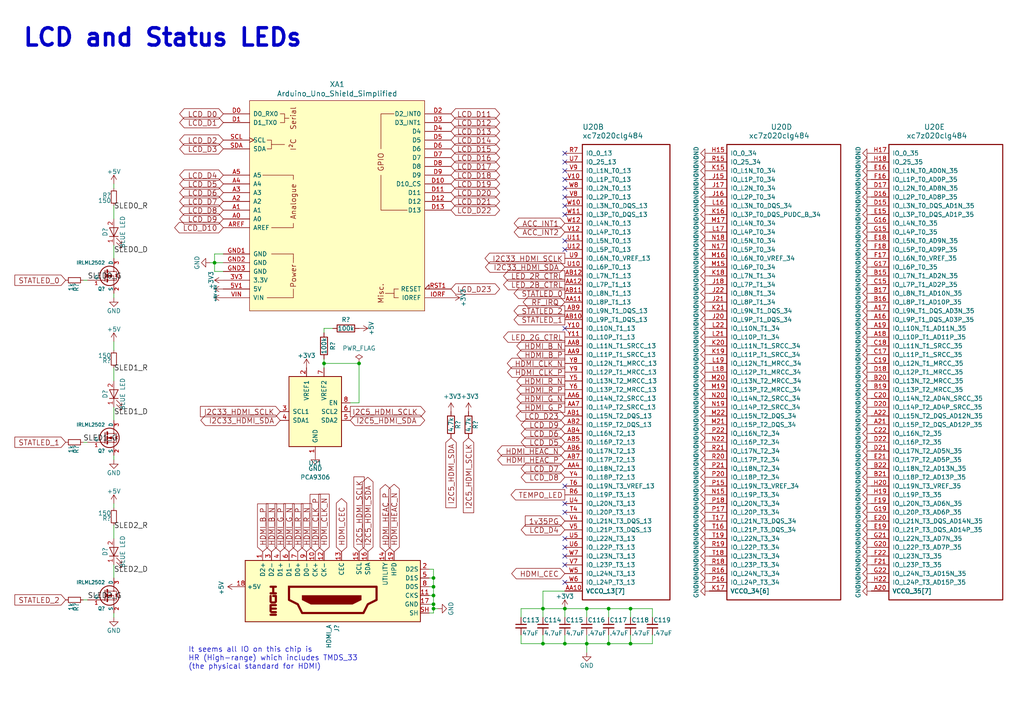
<source format=kicad_sch>
(kicad_sch (version 20230121) (generator eeschema)
  (paper "A4")
  (junction (at 125.73 175.26))
  (junction (at 170.18 186.69))
  (junction (at 125.73 170.18))
  (junction (at 182.88 176.53))
  (junction (at 93.98 105.41))
  (junction (at 62.23 76.2))
  (junction (at 157.48 176.53))
  (junction (at 170.18 176.53))
  (junction (at 163.83 186.69))
  (junction (at 176.53 176.53))
  (junction (at 182.88 186.69))
  (junction (at 163.83 176.53))
  (junction (at 125.73 172.72))
  (junction (at 125.73 167.64))
  (junction (at 125.73 176.53))
  (junction (at 176.53 186.69))
  (junction (at 104.14 105.41))
  (junction (at 157.48 186.69))
  (no_connect (at 163.83 156.21))
  (no_connect (at 163.83 62.23))
  (no_connect (at 163.83 146.05))
  (no_connect (at 163.83 95.25))
  (no_connect (at 163.83 72.39))
  (no_connect (at 163.83 57.15))
  (no_connect (at 163.83 52.07))
  (no_connect (at 163.83 69.85))
  (no_connect (at 163.83 148.59))
  (no_connect (at 163.83 140.97))
  (no_connect (at 163.83 54.61))
  (no_connect (at 163.83 46.99))
  (no_connect (at 163.83 59.69))
  (no_connect (at 163.83 44.45))
  (no_connect (at 163.83 158.75))
  (no_connect (at 163.83 163.83))
  (no_connect (at 163.83 49.53))
  (no_connect (at 163.83 161.29))
  (no_connect (at 163.83 168.91))
  (wire (pts (xy 24.13 128.27) (xy 25.4 128.27)))
  (wire (pts (xy 64.77 73.66) (xy 62.23 73.66)))
  (wire (pts (xy 176.53 176.53) (xy 182.88 176.53)))
  (wire (pts (xy 104.14 105.41) (xy 104.14 116.84)))
  (wire (pts (xy 151.13 186.69) (xy 151.13 184.15)))
  (wire (pts (xy 93.98 105.41) (xy 93.98 106.68)))
  (wire (pts (xy 124.46 170.18) (xy 125.73 170.18)))
  (wire (pts (xy 170.18 176.53) (xy 176.53 176.53)))
  (wire (pts (xy 125.73 170.18) (xy 125.73 167.64)))
  (wire (pts (xy 163.83 176.53) (xy 163.83 179.07)))
  (wire (pts (xy 176.53 184.15) (xy 176.53 186.69)))
  (wire (pts (xy 62.23 78.74) (xy 64.77 78.74)))
  (wire (pts (xy 182.88 179.07) (xy 182.88 176.53)))
  (wire (pts (xy 170.18 186.69) (xy 170.18 189.23)))
  (wire (pts (xy 163.83 171.45) (xy 157.48 171.45)))
  (wire (pts (xy 176.53 186.69) (xy 182.88 186.69)))
  (wire (pts (xy 125.73 167.64) (xy 125.73 165.1)))
  (wire (pts (xy 33.02 54.61) (xy 33.02 53.34)))
  (wire (pts (xy 33.02 177.8) (xy 33.02 179.07)))
  (wire (pts (xy 93.98 95.25) (xy 93.98 96.52)))
  (wire (pts (xy 170.18 184.15) (xy 170.18 186.69)))
  (wire (pts (xy 62.23 76.2) (xy 64.77 76.2)))
  (wire (pts (xy 33.02 71.12) (xy 33.02 74.93)))
  (wire (pts (xy 24.13 81.28) (xy 25.4 81.28)))
  (wire (pts (xy 33.02 132.08) (xy 33.02 133.35)))
  (wire (pts (xy 125.73 175.26) (xy 125.73 172.72)))
  (wire (pts (xy 151.13 186.69) (xy 157.48 186.69)))
  (wire (pts (xy 124.46 172.72) (xy 125.73 172.72)))
  (wire (pts (xy 33.02 85.09) (xy 33.02 86.36)))
  (wire (pts (xy 157.48 176.53) (xy 157.48 179.07)))
  (wire (pts (xy 33.02 106.68) (xy 33.02 110.49)))
  (wire (pts (xy 157.48 184.15) (xy 157.48 186.69)))
  (wire (pts (xy 33.02 163.83) (xy 33.02 167.64)))
  (wire (pts (xy 176.53 176.53) (xy 176.53 179.07)))
  (wire (pts (xy 93.98 105.41) (xy 104.14 105.41)))
  (wire (pts (xy 62.23 76.2) (xy 62.23 78.74)))
  (wire (pts (xy 157.48 176.53) (xy 163.83 176.53)))
  (wire (pts (xy 125.73 177.8) (xy 125.73 176.53)))
  (wire (pts (xy 33.02 99.06) (xy 33.02 101.6)))
  (wire (pts (xy 151.13 179.07) (xy 151.13 176.53)))
  (wire (pts (xy 182.88 184.15) (xy 182.88 186.69)))
  (wire (pts (xy 125.73 172.72) (xy 125.73 170.18)))
  (wire (pts (xy 104.14 116.84) (xy 101.6 116.84)))
  (wire (pts (xy 157.48 171.45) (xy 157.48 176.53)))
  (wire (pts (xy 163.83 184.15) (xy 163.83 186.69)))
  (wire (pts (xy 170.18 176.53) (xy 170.18 179.07)))
  (wire (pts (xy 127 176.53) (xy 125.73 176.53)))
  (wire (pts (xy 24.13 173.99) (xy 25.4 173.99)))
  (wire (pts (xy 157.48 186.69) (xy 163.83 186.69)))
  (wire (pts (xy 189.23 186.69) (xy 189.23 184.15)))
  (wire (pts (xy 124.46 167.64) (xy 125.73 167.64)))
  (wire (pts (xy 33.02 59.69) (xy 33.02 63.5)))
  (wire (pts (xy 163.83 176.53) (xy 170.18 176.53)))
  (wire (pts (xy 62.23 73.66) (xy 62.23 76.2)))
  (wire (pts (xy 125.73 175.26) (xy 124.46 175.26)))
  (wire (pts (xy 182.88 186.69) (xy 189.23 186.69)))
  (wire (pts (xy 93.98 104.14) (xy 93.98 105.41)))
  (wire (pts (xy 124.46 177.8) (xy 125.73 177.8)))
  (wire (pts (xy 60.96 76.2) (xy 62.23 76.2)))
  (wire (pts (xy 33.02 147.32) (xy 33.02 146.05)))
  (wire (pts (xy 151.13 176.53) (xy 157.48 176.53)))
  (wire (pts (xy 33.02 152.4) (xy 33.02 156.21)))
  (wire (pts (xy 96.52 95.25) (xy 93.98 95.25)))
  (wire (pts (xy 182.88 176.53) (xy 189.23 176.53)))
  (wire (pts (xy 170.18 186.69) (xy 176.53 186.69)))
  (wire (pts (xy 125.73 165.1) (xy 124.46 165.1)))
  (wire (pts (xy 189.23 176.53) (xy 189.23 179.07)))
  (wire (pts (xy 33.02 118.11) (xy 33.02 121.92)))
  (wire (pts (xy 163.83 186.69) (xy 170.18 186.69)))
  (wire (pts (xy 125.73 176.53) (xy 125.73 175.26)))
  (text "It seems all IO on this chip is \nHR (High-range) which includes TMDS_33\n(the physical standard for HDMI)" (at 54.61 194.31 0) (effects (font (size 1.524 1.524)) (justify left bottom)))
  (text "LCD and Status LEDs" (at 6.35 13.97 0) (effects (font (size 5.0038 5.0038) (thickness 1.0008) bold) (justify left bottom)))
  (label "SLED2_G" (at 25.4 173.99 0) (effects (font (size 1.524 1.524))))
  (label "SLED1_R" (at 33.02 107.95 0) (effects (font (size 1.524 1.524))))
  (label "SLED2_D" (at 33.02 166.37 0) (effects (font (size 1.524 1.524))))
  (label "SLED0_D" (at 33.02 73.66 0) (effects (font (size 1.524 1.524))))
  (label "SLED0_R" (at 33.02 60.96 0) (effects (font (size 1.524 1.524))))
  (label "SLED0_G" (at 25.4 81.28 0) (effects (font (size 1.524 1.524))))
  (label "SLED1_D" (at 33.02 120.65 0) (effects (font (size 1.524 1.524))))
  (label "SLED2_R" (at 33.02 153.67 0) (effects (font (size 1.524 1.524))))
  (label "SLED1_G" (at 24.13 128.27 0) (effects (font (size 1.524 1.524))))
  (global_label "STATLED_0" (shape output) (at 163.83 85.09 180) (effects (font (size 1.524 1.524))) (property "Intersheetrefs" "${INTERSHEET_REFS}" (effects hide)))
  (global_label "HDMI_R_N" (shape input) (at 88.9 160.02 90) (effects (font (size 1.524 1.524))) (property "Intersheetrefs" "${INTERSHEET_REFS}" (effects hide)))
  (global_label "I2C33_HDMI_SDA" (shape bidirectional) (at 163.83 77.47 180) (effects (font (size 1.524 1.524))) (property "Intersheetrefs" "${INTERSHEET_REFS}" (effects hide)))
  (global_label "I2C5_HDMI_SCLK" (shape output) (at 101.6 119.38 0) (effects (font (size 1.524 1.524))) (property "Intersheetrefs" "${INTERSHEET_REFS}" (effects hide)))
  (global_label "LCD_D23" (shape bidirectional) (at 130.81 83.82 0) (effects (font (size 1.524 1.524))) (property "Intersheetrefs" "${INTERSHEET_REFS}" (effects hide)))
  (global_label "LCD_D23" (shape bidirectional) (at 163.83 120.65 180) (effects (font (size 1.524 1.524))) (property "Intersheetrefs" "${INTERSHEET_REFS}" (effects hide)))
  (global_label "LED_2B_CTRL" (shape output) (at 163.83 82.55 180) (effects (font (size 1.524 1.524))) (property "Intersheetrefs" "${INTERSHEET_REFS}" (effects hide)))
  (global_label "LCD_D4" (shape bidirectional) (at 64.77 50.8 180) (effects (font (size 1.524 1.524))) (property "Intersheetrefs" "${INTERSHEET_REFS}" (effects hide)))
  (global_label "LCD_D9" (shape bidirectional) (at 64.77 63.5 180) (effects (font (size 1.524 1.524))) (property "Intersheetrefs" "${INTERSHEET_REFS}" (effects hide)))
  (global_label "I2C5_HDMI_SDA" (shape bidirectional) (at 101.6 121.92 0) (effects (font (size 1.524 1.524))) (property "Intersheetrefs" "${INTERSHEET_REFS}" (effects hide)))
  (global_label "HDMI_CLK_P" (shape output) (at 163.83 107.95 180) (effects (font (size 1.524 1.524))) (property "Intersheetrefs" "${INTERSHEET_REFS}" (effects hide)))
  (global_label "HDMI_CLK_P" (shape input) (at 91.44 160.02 90) (effects (font (size 1.524 1.524))) (property "Intersheetrefs" "${INTERSHEET_REFS}" (effects hide)))
  (global_label "LCD_D7" (shape bidirectional) (at 64.77 58.42 180) (effects (font (size 1.524 1.524))) (property "Intersheetrefs" "${INTERSHEET_REFS}" (effects hide)))
  (global_label "HDMI_HEAC_P" (shape bidirectional) (at 111.76 160.02 90) (effects (font (size 1.524 1.524))) (property "Intersheetrefs" "${INTERSHEET_REFS}" (effects hide)))
  (global_label "LCD_D22" (shape bidirectional) (at 130.81 60.96 0) (effects (font (size 1.524 1.524))) (property "Intersheetrefs" "${INTERSHEET_REFS}" (effects hide)))
  (global_label "LCD_D12" (shape bidirectional) (at 130.81 35.56 0) (effects (font (size 1.524 1.524))) (property "Intersheetrefs" "${INTERSHEET_REFS}" (effects hide)))
  (global_label "ACC_INT1" (shape bidirectional) (at 163.83 64.77 180) (effects (font (size 1.524 1.524))) (property "Intersheetrefs" "${INTERSHEET_REFS}" (effects hide)))
  (global_label "STATLED_0" (shape input) (at 19.05 81.28 180) (effects (font (size 1.524 1.524))) (property "Intersheetrefs" "${INTERSHEET_REFS}" (effects hide)))
  (global_label "I2C5_HDMI_SCLK" (shape input) (at 135.89 127 270) (effects (font (size 1.524 1.524))) (property "Intersheetrefs" "${INTERSHEET_REFS}" (effects hide)))
  (global_label "LED_2R_CTRL" (shape output) (at 163.83 80.01 180) (effects (font (size 1.524 1.524))) (property "Intersheetrefs" "${INTERSHEET_REFS}" (effects hide)))
  (global_label "HDMI_G_N" (shape output) (at 163.83 115.57 180) (effects (font (size 1.524 1.524))) (property "Intersheetrefs" "${INTERSHEET_REFS}" (effects hide)))
  (global_label "HDMI_R_P" (shape output) (at 163.83 113.03 180) (effects (font (size 1.524 1.524))) (property "Intersheetrefs" "${INTERSHEET_REFS}" (effects hide)))
  (global_label "I2C33_HDMI_SCLK" (shape output) (at 163.83 74.93 180) (effects (font (size 1.524 1.524))) (property "Intersheetrefs" "${INTERSHEET_REFS}" (effects hide)))
  (global_label "I2C33_HDMI_SDA" (shape bidirectional) (at 81.28 121.92 180) (effects (font (size 1.524 1.524))) (property "Intersheetrefs" "${INTERSHEET_REFS}" (effects hide)))
  (global_label "ACC_INT2" (shape bidirectional) (at 163.83 67.31 180) (effects (font (size 1.524 1.524))) (property "Intersheetrefs" "${INTERSHEET_REFS}" (effects hide)))
  (global_label "LED_2G_CTRL" (shape output) (at 163.83 97.79 180) (effects (font (size 1.524 1.524))) (property "Intersheetrefs" "${INTERSHEET_REFS}" (effects hide)))
  (global_label "RF_IRQ" (shape bidirectional) (at 163.83 87.63 180) (effects (font (size 1.524 1.524))) (property "Intersheetrefs" "${INTERSHEET_REFS}" (effects hide)))
  (global_label "HDMI_CLK_N" (shape output) (at 163.83 105.41 180) (effects (font (size 1.524 1.524))) (property "Intersheetrefs" "${INTERSHEET_REFS}" (effects hide)))
  (global_label "HDMI_G_P" (shape input) (at 81.28 160.02 90) (effects (font (size 1.524 1.524))) (property "Intersheetrefs" "${INTERSHEET_REFS}" (effects hide)))
  (global_label "I2C5_HDMI_SDA" (shape input) (at 130.81 127 270) (effects (font (size 1.524 1.524))) (property "Intersheetrefs" "${INTERSHEET_REFS}" (effects hide)))
  (global_label "LCD_D9" (shape bidirectional) (at 163.83 123.19 180) (effects (font (size 1.524 1.524))) (property "Intersheetrefs" "${INTERSHEET_REFS}" (effects hide)))
  (global_label "LCD_D19" (shape bidirectional) (at 130.81 53.34 0) (effects (font (size 1.524 1.524))) (property "Intersheetrefs" "${INTERSHEET_REFS}" (effects hide)))
  (global_label "LCD_D16" (shape bidirectional) (at 130.81 45.72 0) (effects (font (size 1.524 1.524))) (property "Intersheetrefs" "${INTERSHEET_REFS}" (effects hide)))
  (global_label "LCD_D0" (shape bidirectional) (at 64.77 33.02 180) (effects (font (size 1.524 1.524))) (property "Intersheetrefs" "${INTERSHEET_REFS}" (effects hide)))
  (global_label "LCD_D13" (shape bidirectional) (at 130.81 38.1 0) (effects (font (size 1.524 1.524))) (property "Intersheetrefs" "${INTERSHEET_REFS}" (effects hide)))
  (global_label "LCD_D17" (shape bidirectional) (at 130.81 48.26 0) (effects (font (size 1.524 1.524))) (property "Intersheetrefs" "${INTERSHEET_REFS}" (effects hide)))
  (global_label "1v35PG" (shape input) (at 163.83 151.13 180) (effects (font (size 1.524 1.524))) (property "Intersheetrefs" "${INTERSHEET_REFS}" (effects hide)))
  (global_label "LCD_D6" (shape bidirectional) (at 64.77 55.88 180) (effects (font (size 1.524 1.524))) (property "Intersheetrefs" "${INTERSHEET_REFS}" (effects hide)))
  (global_label "I2C5_HDMI_SDA" (shape bidirectional) (at 106.68 160.02 90) (effects (font (size 1.524 1.524))) (property "Intersheetrefs" "${INTERSHEET_REFS}" (effects hide)))
  (global_label "LCD_D5" (shape bidirectional) (at 64.77 53.34 180) (effects (font (size 1.524 1.524))) (property "Intersheetrefs" "${INTERSHEET_REFS}" (effects hide)))
  (global_label "LCD_D21" (shape bidirectional) (at 130.81 58.42 0) (effects (font (size 1.524 1.524))) (property "Intersheetrefs" "${INTERSHEET_REFS}" (effects hide)))
  (global_label "STATLED_1" (shape output) (at 163.83 92.71 180) (effects (font (size 1.524 1.524))) (property "Intersheetrefs" "${INTERSHEET_REFS}" (effects hide)))
  (global_label "HDMI_CEC" (shape bidirectional) (at 163.83 166.37 180) (effects (font (size 1.524 1.524))) (property "Intersheetrefs" "${INTERSHEET_REFS}" (effects hide)))
  (global_label "HDMI_HEAC_P" (shape bidirectional) (at 163.83 133.35 180) (effects (font (size 1.524 1.524))) (property "Intersheetrefs" "${INTERSHEET_REFS}" (effects hide)))
  (global_label "LCD_D2" (shape bidirectional) (at 64.77 40.64 180) (effects (font (size 1.524 1.524))) (property "Intersheetrefs" "${INTERSHEET_REFS}" (effects hide)))
  (global_label "LCD_D4" (shape bidirectional) (at 163.83 153.67 180) (effects (font (size 1.524 1.524))) (property "Intersheetrefs" "${INTERSHEET_REFS}" (effects hide)))
  (global_label "HDMI_B_P" (shape input) (at 76.2 160.02 90) (effects (font (size 1.524 1.524))) (property "Intersheetrefs" "${INTERSHEET_REFS}" (effects hide)))
  (global_label "HDMI_HEAC_N" (shape bidirectional) (at 114.3 160.02 90) (effects (font (size 1.524 1.524))) (property "Intersheetrefs" "${INTERSHEET_REFS}" (effects hide)))
  (global_label "HDMI_HEAC_N" (shape bidirectional) (at 163.83 130.81 180) (effects (font (size 1.524 1.524))) (property "Intersheetrefs" "${INTERSHEET_REFS}" (effects hide)))
  (global_label "STATLED_2" (shape input) (at 19.05 173.99 180) (effects (font (size 1.524 1.524))) (property "Intersheetrefs" "${INTERSHEET_REFS}" (effects hide)))
  (global_label "LCD_D8" (shape bidirectional) (at 163.83 138.43 180) (effects (font (size 1.524 1.524))) (property "Intersheetrefs" "${INTERSHEET_REFS}" (effects hide)))
  (global_label "HDMI_B_N" (shape input) (at 78.74 160.02 90) (effects (font (size 1.524 1.524))) (property "Intersheetrefs" "${INTERSHEET_REFS}" (effects hide)))
  (global_label "LCD_D5" (shape bidirectional) (at 163.83 128.27 180) (effects (font (size 1.524 1.524))) (property "Intersheetrefs" "${INTERSHEET_REFS}" (effects hide)))
  (global_label "LCD_D14" (shape bidirectional) (at 130.81 40.64 0) (effects (font (size 1.524 1.524))) (property "Intersheetrefs" "${INTERSHEET_REFS}" (effects hide)))
  (global_label "STATLED_1" (shape input) (at 19.05 128.27 180) (effects (font (size 1.524 1.524))) (property "Intersheetrefs" "${INTERSHEET_REFS}" (effects hide)))
  (global_label "LCD_D11" (shape bidirectional) (at 130.81 33.02 0) (effects (font (size 1.524 1.524))) (property "Intersheetrefs" "${INTERSHEET_REFS}" (effects hide)))
  (global_label "HDMI_CLK_N" (shape input) (at 93.98 160.02 90) (effects (font (size 1.524 1.524))) (property "Intersheetrefs" "${INTERSHEET_REFS}" (effects hide)))
  (global_label "HDMI_B_N" (shape output) (at 163.83 100.33 180) (effects (font (size 1.524 1.524))) (property "Intersheetrefs" "${INTERSHEET_REFS}" (effects hide)))
  (global_label "LCD_D18" (shape bidirectional) (at 130.81 50.8 0) (effects (font (size 1.524 1.524))) (property "Intersheetrefs" "${INTERSHEET_REFS}" (effects hide)))
  (global_label "LCD_D7" (shape bidirectional) (at 163.83 135.89 180) (effects (font (size 1.524 1.524))) (property "Intersheetrefs" "${INTERSHEET_REFS}" (effects hide)))
  (global_label "HDMI_G_N" (shape input) (at 83.82 160.02 90) (effects (font (size 1.524 1.524))) (property "Intersheetrefs" "${INTERSHEET_REFS}" (effects hide)))
  (global_label "LCD_D3" (shape bidirectional) (at 64.77 43.18 180) (effects (font (size 1.524 1.524))) (property "Intersheetrefs" "${INTERSHEET_REFS}" (effects hide)))
  (global_label "LCD_D10" (shape bidirectional) (at 64.77 66.04 180) (effects (font (size 1.524 1.524))) (property "Intersheetrefs" "${INTERSHEET_REFS}" (effects hide)))
  (global_label "LCD_D15" (shape bidirectional) (at 130.81 43.18 0) (effects (font (size 1.524 1.524))) (property "Intersheetrefs" "${INTERSHEET_REFS}" (effects hide)))
  (global_label "HDMI_G_P" (shape output) (at 163.83 118.11 180) (effects (font (size 1.524 1.524))) (property "Intersheetrefs" "${INTERSHEET_REFS}" (effects hide)))
  (global_label "HDMI_R_N" (shape output) (at 163.83 110.49 180) (effects (font (size 1.524 1.524))) (property "Intersheetrefs" "${INTERSHEET_REFS}" (effects hide)))
  (global_label "I2C33_HDMI_SCLK" (shape input) (at 81.28 119.38 180) (effects (font (size 1.524 1.524))) (property "Intersheetrefs" "${INTERSHEET_REFS}" (effects hide)))
  (global_label "HDMI_R_P" (shape input) (at 86.36 160.02 90) (effects (font (size 1.524 1.524))) (property "Intersheetrefs" "${INTERSHEET_REFS}" (effects hide)))
  (global_label "LCD_D20" (shape bidirectional) (at 130.81 55.88 0) (effects (font (size 1.524 1.524))) (property "Intersheetrefs" "${INTERSHEET_REFS}" (effects hide)))
  (global_label "I2C5_HDMI_SCLK" (shape input) (at 104.14 160.02 90) (effects (font (size 1.524 1.524))) (property "Intersheetrefs" "${INTERSHEET_REFS}" (effects hide)))
  (global_label "LCD_D1" (shape bidirectional) (at 64.77 35.56 180) (effects (font (size 1.524 1.524))) (property "Intersheetrefs" "${INTERSHEET_REFS}" (effects hide)))
  (global_label "STATLED_2" (shape output) (at 163.83 90.17 180) (effects (font (size 1.524 1.524))) (property "Intersheetrefs" "${INTERSHEET_REFS}" (effects hide)))
  (global_label "LCD_D6" (shape bidirectional) (at 163.83 125.73 180) (effects (font (size 1.524 1.524))) (property "Intersheetrefs" "${INTERSHEET_REFS}" (effects hide)))
  (global_label "HDMI_B_P" (shape output) (at 163.83 102.87 180) (effects (font (size 1.524 1.524))) (property "Intersheetrefs" "${INTERSHEET_REFS}" (effects hide)))
  (global_label "LCD_D8" (shape bidirectional) (at 64.77 60.96 180) (effects (font (size 1.524 1.524))) (property "Intersheetrefs" "${INTERSHEET_REFS}" (effects hide)))
  (global_label "HDMI_CEC" (shape bidirectional) (at 99.06 160.02 90) (effects (font (size 1.524 1.524))) (property "Intersheetrefs" "${INTERSHEET_REFS}" (effects hide)))
  (global_label "TEMPO_LED" (shape output) (at 163.83 143.51 180) (effects (font (size 1.524 1.524))) (property "Intersheetrefs" "${INTERSHEET_REFS}" (effects hide)))
  (symbol (lib_id "Device:C_Small") (at 151.13 181.61 0) (unit 1)
    (property "Reference" "C113" (at 151.384 179.832 0) (effects (justify left)))
    (property "Value" "47uF" (at 151.384 183.642 0) (effects (justify left)))
    (property "Footprint" "Capacitor_SMD:C_1210_3225Metric" (effects hide))
    (property "MFR" "Murata Manufacturing Co Ltd" (effects hide))
    (property "MPN" "GRM32ER70J476ME20L" (effects hide))
    (property "SPR" "Digikey" (effects hide))
    (property "SPN" "490-6542-1-ND" (effects hide))
  )
  (symbol (lib_id "Device:C_Small") (at 157.48 181.61 0) (unit 1)
    (property "Reference" "C114" (at 157.734 179.832 0) (effects (justify left)))
    (property "Value" "4.7uF" (at 157.734 183.642 0) (effects (justify left)))
    (property "Footprint" "Capacitor_SMD:C_0402_1005Metric" (effects hide))
    (property "MFR" "Murata" (effects hide))
    (property "MPN" "GRM155R60G475ME47D" (effects hide))
    (property "SPR" "Digikey" (effects hide))
    (property "SPN" "490-11980-1-ND" (effects hide))
  )
  (symbol (lib_id "Device:C_Small") (at 163.83 181.61 0) (unit 1)
    (property "Reference" "C115" (at 164.084 179.832 0) (effects (justify left)))
    (property "Value" "4.7uF" (at 164.084 183.642 0) (effects (justify left)))
    (property "Footprint" "Capacitor_SMD:C_0402_1005Metric" (effects hide))
    (property "MFR" "Murata" (effects hide))
    (property "MPN" "GRM155R60G475ME47D" (effects hide))
    (property "SPR" "Digikey" (effects hide))
    (property "SPN" "490-11980-1-ND" (effects hide))
  )
  (symbol (lib_id "Device:C_Small") (at 170.18 181.61 0) (unit 1)
    (property "Reference" "C116" (at 170.434 179.832 0) (effects (justify left)))
    (property "Value" ".47uF" (at 170.434 183.642 0) (effects (justify left)))
    (property "Footprint" "Capacitor_SMD:C_0402_1005Metric" (effects hide))
    (property "MFR" "Yageo" (effects hide))
    (property "MPN" "CC0402KRX5R5BB474" (effects hide))
    (property "SPR" "Digikey" (effects hide))
    (property "SPN" "311-1684-1-ND" (effects hide))
  )
  (symbol (lib_id "Device:C_Small") (at 176.53 181.61 0) (unit 1)
    (property "Reference" "C117" (at 176.784 179.832 0) (effects (justify left)))
    (property "Value" ".47uF" (at 176.784 183.642 0) (effects (justify left)))
    (property "Footprint" "Capacitor_SMD:C_0402_1005Metric" (effects hide))
    (property "MFR" "Yageo" (effects hide))
    (property "MPN" "CC0402KRX5R5BB474" (effects hide))
    (property "SPR" "Digikey" (effects hide))
    (property "SPN" "311-1684-1-ND" (effects hide))
  )
  (symbol (lib_id "Device:C_Small") (at 182.88 181.61 0) (unit 1)
    (property "Reference" "C118" (at 183.134 179.832 0) (effects (justify left)))
    (property "Value" ".47uF" (at 183.134 183.642 0) (effects (justify left)))
    (property "Footprint" "Capacitor_SMD:C_0402_1005Metric" (effects hide))
    (property "MFR" "Yageo" (effects hide))
    (property "MPN" "CC0402KRX5R5BB474" (effects hide))
    (property "SPR" "Digikey" (effects hide))
    (property "SPN" "311-1684-1-ND" (effects hide))
  )
  (symbol (lib_id "Device:C_Small") (at 189.23 181.61 0) (unit 1)
    (property "Reference" "C119" (at 189.484 179.832 0) (effects (justify left)))
    (property "Value" ".47uF" (at 189.484 183.642 0) (effects (justify left)))
    (property "Footprint" "Capacitor_SMD:C_0402_1005Metric" (effects hide))
    (property "MFR" "Yageo" (effects hide))
    (property "MPN" "CC0402KRX5R5BB474" (effects hide))
    (property "SPR" "Digikey" (effects hide))
    (property "SPN" "311-1684-1-ND" (effects hide))
  )
  (symbol (lib_id "power:GND") (at 170.18 189.23 0) (unit 1)
    (property "Reference" "#PWR0188" (effects hide))
    (property "Value" "GND" (at 170.18 193.04 0))
  )
  (symbol (lib_id "DFTBoard-rescue:IRLML2502-") (at 30.48 127 0) (unit 1)
    (property "Reference" "Q?" (at 30.48 130.7846 0) (effects (font (size 1.016 1.016)) (justify right)))
    (property "Value" "IRLML2502" (at 30.48 123.19 0) (effects (font (size 1.016 1.016)) (justify right)))
    (property "Footprint" "Package_TO_SOT_SMD:SOT-23" (effects hide))
    (property "MFR" "Infineon Technologies AG" (effects hide))
    (property "MPN" "IRLML2502TRPBF" (effects hide))
    (property "SPR" "Digikey" (effects hide))
    (property "SPN" "IRLML2502PBFCT-ND" (effects hide))
    (instances (project "DFTBoard" (path "" (reference "Q?") (unit 1)) (path "" (reference "Q?") (unit 1)) (path "" (reference "Q9") (unit 1))))
  )
  (symbol (lib_id "DFTBoard-rescue:IRLML2502-") (at 30.48 80.01 0) (unit 1)
    (property "Reference" "Q?" (at 30.48 83.7946 0) (effects (font (size 1.016 1.016)) (justify right)))
    (property "Value" "IRLML2502" (at 30.48 76.2 0) (effects (font (size 1.016 1.016)) (justify right)))
    (property "Footprint" "Package_TO_SOT_SMD:SOT-23" (effects hide))
    (property "MFR" "Infineon Technologies AG" (effects hide))
    (property "MPN" "IRLML2502TRPBF" (effects hide))
    (property "SPR" "Digikey" (effects hide))
    (property "SPN" "IRLML2502PBFCT-ND" (effects hide))
    (instances (project "DFTBoard" (path "" (reference "Q?") (unit 1)) (path "" (reference "Q?") (unit 1)) (path "" (reference "Q8") (unit 1))))
  )
  (symbol (lib_id "power:GND") (at 33.02 133.35 0) (unit 1)
    (property "Reference" "#PWR?" (effects hide))
    (property "Value" "GND" (at 33.02 137.16 0))
    (instances (project "DFTBoard" (path "" (reference "#PWR?") (unit 1)) (path "" (reference "#PWR?") (unit 1)) (path "" (reference "#PWR0171") (unit 1))))
  )
  (symbol (lib_id "power:GND") (at 33.02 86.36 0) (unit 1)
    (property "Reference" "#PWR?" (effects hide))
    (property "Value" "GND" (at 33.02 90.17 0))
    (instances (project "DFTBoard" (path "" (reference "#PWR?") (unit 1)) (path "" (reference "#PWR?") (unit 1)) (path "" (reference "#PWR0169") (unit 1))))
  )
  (symbol (lib_id "Device:R_Small") (at 21.59 128.27 270) (unit 1)
    (property "Reference" "R?" (at 22.098 129.032 0) (effects (justify left)))
    (property "Value" "1k" (at 20.574 129.032 0) (effects (justify left)))
    (property "Footprint" "Resistor_SMD:R_0402_1005Metric" (effects hide))
    (property "MFR" "Yageo" (effects hide))
    (property "MPN" "RC0402FR-071KL" (effects hide))
    (property "SPR" "Digikey" (effects hide))
    (property "SPN" "311-1.00KLRCT-ND" (effects hide))
    (instances (project "DFTBoard" (path "" (reference "R?") (unit 1)) (path "" (reference "R?") (unit 1)) (path "" (reference "R79") (unit 1))))
  )
  (symbol (lib_id "Device:R_Small") (at 21.59 81.28 270) (unit 1)
    (property "Reference" "R?" (at 22.098 82.042 0) (effects (justify left)))
    (property "Value" "1k" (at 20.574 82.042 0) (effects (justify left)))
    (property "Footprint" "Resistor_SMD:R_0402_1005Metric" (effects hide))
    (property "MFR" "Yageo" (effects hide))
    (property "MPN" "RC0402FR-071KL" (effects hide))
    (property "SPR" "Digikey" (effects hide))
    (property "SPN" "311-1.00KLRCT-ND" (effects hide))
    (instances (project "DFTBoard" (path "" (reference "R?") (unit 1)) (path "" (reference "R?") (unit 1)) (path "" (reference "R77") (unit 1))))
  )
  (symbol (lib_id "DFTBoard-rescue:LED-") (at 33.02 114.3 90) (unit 1)
    (property "Reference" "D?" (at 30.48 114.3 0))
    (property "Value" "BLUE LED" (at 35.56 114.3 0))
    (property "Footprint" "Capacitor_SMD:C_0603_1608Metric" (effects hide))
    (property "MFR" "Vishay Semiconductors" (effects hide))
    (property "MPN" "VLMB1300-GS08" (effects hide))
    (property "SPR" "Digikey" (effects hide))
    (property "SPN" "VLMB1300-GS08CT-ND" (effects hide))
    (instances (project "DFTBoard" (path "" (reference "D?") (unit 1)) (path "" (reference "D?") (unit 1)) (path "" (reference "D5") (unit 1))))
  )
  (symbol (lib_id "DFTBoard-rescue:LED-") (at 33.02 67.31 90) (unit 1)
    (property "Reference" "D?" (at 30.48 67.31 0))
    (property "Value" "BLUE LED" (at 35.56 67.31 0))
    (property "Footprint" "Capacitor_SMD:C_0603_1608Metric" (effects hide))
    (property "MFR" "Vishay Semiconductors" (effects hide))
    (property "MPN" "VLMB1300-GS08" (effects hide))
    (property "SPR" "Digikey" (effects hide))
    (property "SPN" "VLMB1300-GS08CT-ND" (effects hide))
    (instances (project "DFTBoard" (path "" (reference "D?") (unit 1)) (path "" (reference "D?") (unit 1)) (path "" (reference "D4") (unit 1))))
  )
  (symbol (lib_id "Device:R_Small") (at 33.02 104.14 180) (unit 1)
    (property "Reference" "R?" (at 32.258 104.648 0) (effects (justify left)))
    (property "Value" "150" (at 32.258 103.124 0) (effects (justify left)))
    (property "Footprint" "Resistor_SMD:R_0402_1005Metric" (effects hide))
    (property "MFR" "Yageo" (effects hide))
    (property "MPN" "RC0402FR-07150RL" (effects hide))
    (property "SPR" "Digikey" (effects hide))
    (property "SPN" "311-150LRTR-ND" (effects hide))
    (instances (project "DFTBoard" (path "" (reference "R?") (unit 1)) (path "" (reference "R?") (unit 1)) (path "" (reference "R80") (unit 1))))
  )
  (symbol (lib_id "Device:R_Small") (at 33.02 57.15 0) (mirror y) (unit 1)
    (property "Reference" "R?" (at 32.258 56.642 0) (effects (justify left)))
    (property "Value" "150" (at 32.258 58.166 0) (effects (justify left)))
    (property "Footprint" "Resistor_SMD:R_0402_1005Metric" (effects hide))
    (property "MFR" "Yageo" (effects hide))
    (property "MPN" "RC0402FR-07150RL" (effects hide))
    (property "SPR" "Digikey" (effects hide))
    (property "SPN" "311-150LRTR-ND" (effects hide))
    (instances (project "DFTBoard" (path "" (reference "R?") (unit 1)) (path "" (reference "R?") (unit 1)) (path "" (reference "R78") (unit 1))))
  )
  (symbol (lib_id "power:+5V") (at 33.02 99.06 0) (unit 1)
    (property "Reference" "#PWR?" (effects hide))
    (property "Value" "+5V" (at 33.02 95.504 0))
    (instances (project "DFTBoard" (path "" (reference "#PWR?") (unit 1)) (path "" (reference "#PWR?") (unit 1)) (path "" (reference "#PWR0170") (unit 1))))
  )
  (symbol (lib_id "power:+5V") (at 33.02 53.34 0) (unit 1)
    (property "Reference" "#PWR?" (effects hide))
    (property "Value" "+5V" (at 33.02 49.784 0))
    (instances (project "DFTBoard" (path "" (reference "#PWR?") (unit 1)) (path "" (reference "#PWR?") (unit 1)) (path "" (reference "#PWR0168") (unit 1))))
  )
  (symbol (lib_id "DFTBoard-rescue:IRLML2502-") (at 30.48 172.72 0) (unit 1)
    (property "Reference" "Q?" (at 30.48 176.5046 0) (effects (font (size 1.016 1.016)) (justify right)))
    (property "Value" "IRLML2502" (at 30.48 168.91 0) (effects (font (size 1.016 1.016)) (justify right)))
    (property "Footprint" "Package_TO_SOT_SMD:SOT-23" (effects hide))
    (property "MFR" "Infineon Technologies AG" (effects hide))
    (property "MPN" "IRLML2502TRPBF" (effects hide))
    (property "SPR" "Digikey" (effects hide))
    (property "SPN" "IRLML2502PBFCT-ND" (effects hide))
    (instances (project "DFTBoard" (path "" (reference "Q?") (unit 1)) (path "" (reference "Q?") (unit 1)) (path "" (reference "Q10") (unit 1))))
  )
  (symbol (lib_id "power:GND") (at 33.02 179.07 0) (unit 1)
    (property "Reference" "#PWR?" (effects hide))
    (property "Value" "GND" (at 33.02 182.88 0))
    (instances (project "DFTBoard" (path "" (reference "#PWR?") (unit 1)) (path "" (reference "#PWR?") (unit 1)) (path "" (reference "#PWR0178") (unit 1))))
  )
  (symbol (lib_id "Device:R_Small") (at 21.59 173.99 270) (unit 1)
    (property "Reference" "R?" (at 22.098 174.752 0) (effects (justify left)))
    (property "Value" "1k" (at 20.574 174.752 0) (effects (justify left)))
    (property "Footprint" "Resistor_SMD:R_0402_1005Metric" (effects hide))
    (property "MFR" "Yageo" (effects hide))
    (property "MPN" "RC0402FR-071KL" (effects hide))
    (property "SPR" "Digikey" (effects hide))
    (property "SPN" "311-1.00KLRCT-ND" (effects hide))
    (instances (project "DFTBoard" (path "" (reference "R?") (unit 1)) (path "" (reference "R?") (unit 1)) (path "" (reference "R85") (unit 1))))
  )
  (symbol (lib_id "DFTBoard-rescue:LED-") (at 33.02 160.02 90) (unit 1)
    (property "Reference" "D?" (at 30.48 160.02 0))
    (property "Value" "BLUE LED" (at 35.56 160.02 0))
    (property "Footprint" "Capacitor_SMD:C_0603_1608Metric" (effects hide))
    (property "MFR" "Vishay Semiconductors" (effects hide))
    (property "MPN" "VLMB1300-GS08" (effects hide))
    (property "SPR" "Digikey" (effects hide))
    (property "SPN" "VLMB1300-GS08CT-ND" (effects hide))
    (instances (project "DFTBoard" (path "" (reference "D?") (unit 1)) (path "" (reference "D?") (unit 1)) (path "" (reference "D6") (unit 1))))
  )
  (symbol (lib_id "Device:R_Small") (at 33.02 149.86 180) (unit 1)
    (property "Reference" "R?" (at 32.258 150.368 0) (effects (justify left)))
    (property "Value" "150" (at 32.258 148.844 0) (effects (justify left)))
    (property "Footprint" "Resistor_SMD:R_0402_1005Metric" (effects hide))
    (property "MFR" "Yageo" (effects hide))
    (property "MPN" "RC0402FR-07150RL" (effects hide))
    (property "SPR" "Digikey" (effects hide))
    (property "SPN" "311-150LRTR-ND" (effects hide))
    (instances (project "DFTBoard" (path "" (reference "R?") (unit 1)) (path "" (reference "R?") (unit 1)) (path "" (reference "R86") (unit 1))))
  )
  (symbol (lib_id "power:+5V") (at 33.02 146.05 0) (unit 1)
    (property "Reference" "#PWR?" (effects hide))
    (property "Value" "+5V" (at 33.02 142.494 0))
    (instances (project "DFTBoard" (path "" (reference "#PWR?") (unit 1)) (path "" (reference "#PWR?") (unit 1)) (path "" (reference "#PWR0177") (unit 1))))
  )
  (symbol (lib_id "xilinx7:xc7z020clg484") (at 163.83 44.45 0) (unit 2)
    (property "Reference" "U20" (at 168.91 36.83 0) (effects (font (size 1.524 1.524)) (justify left)))
    (property "Value" "xc7z020clg484" (at 168.91 39.37 0) (effects (font (size 1.524 1.524)) (justify left)))
    (property "Footprint" "DFTcustom:BGA-484_19.0x19.0mm_Layout22x22_P0.80mm_dia0.40mm" (effects hide))
    (property "MFR" "Xilinx" (effects hide))
    (property "MPN" "XC7Z020-1CLG484C" (effects hide))
    (property "SPR" "Digikey" (effects hide))
    (property "SPN" "122-1850-ND" (effects hide))
    (property "SPURL" "-" (effects hide))
  )
  (symbol (lib_id "power:GND") (at 60.96 76.2 270) (unit 1)
    (property "Reference" "#PWR0239" (effects hide))
    (property "Value" "GND" (at 57.15 76.2 0))
  )
  (symbol (lib_id "power:+3V3") (at 64.77 81.28 90) (unit 1)
    (property "Reference" "#PWR0240" (effects hide))
    (property "Value" "+3.3V" (at 61.214 81.28 0))
  )
  (symbol (lib_id "power:+3V3") (at 130.81 86.36 270) (unit 1)
    (property "Reference" "#PWR0241" (effects hide))
    (property "Value" "+3.3V" (at 134.366 86.36 0))
  )
  (symbol (lib_id "Connector:HDMI_A") (at 96.52 170.18 90) (mirror x) (unit 1)
    (property "Reference" "J?" (at 97.6884 181.102 0) (effects (justify left)))
    (property "Value" "HDMI_A" (at 95.377 181.102 0) (effects (justify left)))
    (property "Footprint" "DFTcustom:10029449-111RLF" (effects hide))
    (property "Datasheet" "https://en.wikipedia.org/wiki/HDMI" (effects hide))
    (property "MFR" "Amphenol ICC" (effects hide))
    (property "MPN" "10029449-111RLF" (effects hide))
    (property "SPR" "Digikey" (effects hide))
    (property "SPN" "609-4614-1-ND" (effects hide))
    (property "SPURL" "-" (effects hide))
    (instances (project "DFTBoard" (path "" (reference "J?") (unit 1)) (path "" (reference "J9") (unit 1))))
  )
  (symbol (lib_id "power:+5V") (at 68.58 170.18 90) (mirror x) (unit 1)
    (property "Reference" "#PWR?" (effects hide))
    (property "Value" "+5V" (at 64.1858 170.561 0))
    (instances (project "DFTBoard" (path "" (reference "#PWR?") (unit 1)) (path "" (reference "#PWR0174") (unit 1))))
  )
  (symbol (lib_id "power:GND") (at 127 176.53 90) (mirror x) (unit 1)
    (property "Reference" "#PWR0175" (effects hide))
    (property "Value" "GND" (at 130.81 176.53 0))
    (instances (project "DFTBoard" (path "" (reference "#PWR0175") (unit 1)) (path "" (reference "#PWR?") (unit 1))))
  )
  (symbol (lib_id "xilinx7:xc7z020clg484") (at 205.74 44.45 0) (unit 4)
    (property "Reference" "U20" (at 223.52 36.83 0) (effects (font (size 1.524 1.524)) (justify left)))
    (property "Value" "xc7z020clg484" (at 217.17 39.37 0) (effects (font (size 1.524 1.524)) (justify left)))
    (property "Footprint" "DFTcustom:BGA-484_19.0x19.0mm_Layout22x22_P0.80mm_dia0.40mm" (effects hide))
    (property "MFR" "Xilinx" (effects hide))
    (property "MPN" "XC7Z020-1CLG484C" (effects hide))
    (property "SPR" "Digikey" (effects hide))
    (property "SPN" "122-1850-ND" (effects hide))
    (property "SPURL" "-" (effects hide))
  )
  (symbol (lib_id "power:+5V") (at 64.77 83.82 90) (unit 1)
    (property "Reference" "#PWR0242" (effects hide))
    (property "Value" "+5V" (at 62.484 83.82 0) (effects (font (size 0.762 0.762))))
    (instances (project "DFTBoard" (path "" (reference "#PWR0242") (unit 1)) (path "" (reference "#PWR?") (unit 1))))
  )
  (symbol (lib_id "xilinx7:xc7z020clg484") (at 252.73 44.45 0) (unit 5)
    (property "Reference" "U20" (at 267.97 36.83 0) (effects (font (size 1.524 1.524)) (justify left)))
    (property "Value" "xc7z020clg484" (at 262.89 39.37 0) (effects (font (size 1.524 1.524)) (justify left)))
    (property "Footprint" "DFTcustom:BGA-484_19.0x19.0mm_Layout22x22_P0.80mm_dia0.40mm" (effects hide))
    (property "MFR" "Xilinx" (effects hide))
    (property "MPN" "XC7Z020-1CLG484C" (effects hide))
    (property "SPR" "Digikey" (effects hide))
    (property "SPN" "122-1850-ND" (effects hide))
    (property "SPURL" "-" (effects hide))
  )
  (symbol (lib_id "power:GND") (at 205.74 44.45 270) (unit 1)
    (property "Reference" "#PWR0211" (effects hide))
    (property "Value" "GND" (at 201.93 44.45 0))
  )
  (symbol (lib_id "Interface:PCA9306") (at 91.44 119.38 0) (unit 1)
    (property "Reference" "U21" (at 91.44 134.3406 0))
    (property "Value" "PCA9306" (at 91.44 138.43 0))
    (property "Footprint" "Package_SO:SSOP-8_2.95x2.8mm_P0.65mm" (effects hide))
    (property "Datasheet" "http://www.ti.com/lit/ds/symlink/pca9306.pdf" (effects hide))
    (property "MFR" "Texas Instruments" (effects hide))
    (property "MPN" "PCA9306DCTR" (effects hide))
    (property "SPR" "Digikey" (effects hide))
    (property "SPN" "296-18509-2-ND" (effects hide))
    (property "SPURL" "-" (effects hide))
  )
  (symbol (lib_id "power:GND") (at 205.74 46.99 270) (unit 1)
    (property "Reference" "#PWR0221" (effects hide))
    (property "Value" "GND" (at 201.93 46.99 0))
  )
  (symbol (lib_id "power:GND") (at 205.74 49.53 270) (unit 1)
    (property "Reference" "#PWR0228" (effects hide))
    (property "Value" "GND" (at 201.93 49.53 0))
  )
  (symbol (lib_id "power:GND") (at 205.74 52.07 270) (unit 1)
    (property "Reference" "#PWR0229" (effects hide))
    (property "Value" "GND" (at 201.93 52.07 0))
  )
  (symbol (lib_id "power:GND") (at 205.74 54.61 270) (unit 1)
    (property "Reference" "#PWR0232" (effects hide))
    (property "Value" "GND" (at 201.93 54.61 0))
  )
  (symbol (lib_id "power:GND") (at 205.74 57.15 270) (unit 1)
    (property "Reference" "#PWR0233" (effects hide))
    (property "Value" "GND" (at 201.93 57.15 0))
  )
  (symbol (lib_id "power:GND") (at 205.74 59.69 270) (unit 1)
    (property "Reference" "#PWR0234" (effects hide))
    (property "Value" "GND" (at 201.93 59.69 0))
  )
  (symbol (lib_id "power:GND") (at 205.74 62.23 270) (unit 1)
    (property "Reference" "#PWR0243" (effects hide))
    (property "Value" "GND" (at 201.93 62.23 0))
  )
  (symbol (lib_id "power:GND") (at 205.74 64.77 270) (unit 1)
    (property "Reference" "#PWR0244" (effects hide))
    (property "Value" "GND" (at 201.93 64.77 0))
  )
  (symbol (lib_id "power:GND") (at 205.74 67.31 270) (unit 1)
    (property "Reference" "#PWR0245" (effects hide))
    (property "Value" "GND" (at 201.93 67.31 0))
  )
  (symbol (lib_id "power:GND") (at 205.74 69.85 270) (unit 1)
    (property "Reference" "#PWR0246" (effects hide))
    (property "Value" "GND" (at 201.93 69.85 0))
  )
  (symbol (lib_id "power:GND") (at 205.74 72.39 270) (unit 1)
    (property "Reference" "#PWR0247" (effects hide))
    (property "Value" "GND" (at 201.93 72.39 0))
  )
  (symbol (lib_id "power:GND") (at 205.74 74.93 270) (unit 1)
    (property "Reference" "#PWR0248" (effects hide))
    (property "Value" "GND" (at 201.93 74.93 0))
  )
  (symbol (lib_id "power:GND") (at 205.74 77.47 270) (unit 1)
    (property "Reference" "#PWR0249" (effects hide))
    (property "Value" "GND" (at 201.93 77.47 0))
  )
  (symbol (lib_id "power:GND") (at 205.74 80.01 270) (unit 1)
    (property "Reference" "#PWR0250" (effects hide))
    (property "Value" "GND" (at 201.93 80.01 0))
  )
  (symbol (lib_id "power:GND") (at 205.74 82.55 270) (unit 1)
    (property "Reference" "#PWR0251" (effects hide))
    (property "Value" "GND" (at 201.93 82.55 0))
  )
  (symbol (lib_id "power:GND") (at 205.74 85.09 270) (unit 1)
    (property "Reference" "#PWR0252" (effects hide))
    (property "Value" "GND" (at 201.93 85.09 0))
  )
  (symbol (lib_id "power:GND") (at 205.74 87.63 270) (unit 1)
    (property "Reference" "#PWR0253" (effects hide))
    (property "Value" "GND" (at 201.93 87.63 0))
  )
  (symbol (lib_id "power:GND") (at 205.74 90.17 270) (unit 1)
    (property "Reference" "#PWR0254" (effects hide))
    (property "Value" "GND" (at 201.93 90.17 0))
  )
  (symbol (lib_id "power:GND") (at 205.74 92.71 270) (unit 1)
    (property "Reference" "#PWR0255" (effects hide))
    (property "Value" "GND" (at 201.93 92.71 0))
  )
  (symbol (lib_id "power:GND") (at 205.74 95.25 270) (unit 1)
    (property "Reference" "#PWR0256" (effects hide))
    (property "Value" "GND" (at 201.93 95.25 0))
  )
  (symbol (lib_id "power:GND") (at 205.74 97.79 270) (unit 1)
    (property "Reference" "#PWR0257" (effects hide))
    (property "Value" "GND" (at 201.93 97.79 0))
  )
  (symbol (lib_id "power:GND") (at 205.74 100.33 270) (unit 1)
    (property "Reference" "#PWR0258" (effects hide))
    (property "Value" "GND" (at 201.93 100.33 0))
  )
  (symbol (lib_id "power:GND") (at 205.74 102.87 270) (unit 1)
    (property "Reference" "#PWR0259" (effects hide))
    (property "Value" "GND" (at 201.93 102.87 0))
  )
  (symbol (lib_id "power:GND") (at 205.74 105.41 270) (unit 1)
    (property "Reference" "#PWR0260" (effects hide))
    (property "Value" "GND" (at 201.93 105.41 0))
  )
  (symbol (lib_id "power:GND") (at 205.74 107.95 270) (unit 1)
    (property "Reference" "#PWR0261" (effects hide))
    (property "Value" "GND" (at 201.93 107.95 0))
  )
  (symbol (lib_id "power:GND") (at 205.74 110.49 270) (unit 1)
    (property "Reference" "#PWR0262" (effects hide))
    (property "Value" "GND" (at 201.93 110.49 0))
  )
  (symbol (lib_id "power:GND") (at 205.74 113.03 270) (unit 1)
    (property "Reference" "#PWR0263" (effects hide))
    (property "Value" "GND" (at 201.93 113.03 0))
  )
  (symbol (lib_id "power:GND") (at 205.74 115.57 270) (unit 1)
    (property "Reference" "#PWR0264" (effects hide))
    (property "Value" "GND" (at 201.93 115.57 0))
  )
  (symbol (lib_id "power:GND") (at 205.74 118.11 270) (unit 1)
    (property "Reference" "#PWR0265" (effects hide))
    (property "Value" "GND" (at 201.93 118.11 0))
  )
  (symbol (lib_id "power:GND") (at 205.74 120.65 270) (unit 1)
    (property "Reference" "#PWR0266" (effects hide))
    (property "Value" "GND" (at 201.93 120.65 0))
  )
  (symbol (lib_id "power:GND") (at 205.74 123.19 270) (unit 1)
    (property "Reference" "#PWR0267" (effects hide))
    (property "Value" "GND" (at 201.93 123.19 0))
  )
  (symbol (lib_id "power:GND") (at 205.74 125.73 270) (unit 1)
    (property "Reference" "#PWR0268" (effects hide))
    (property "Value" "GND" (at 201.93 125.73 0))
  )
  (symbol (lib_id "power:GND") (at 205.74 128.27 270) (unit 1)
    (property "Reference" "#PWR0269" (effects hide))
    (property "Value" "GND" (at 201.93 128.27 0))
  )
  (symbol (lib_id "power:GND") (at 205.74 130.81 270) (unit 1)
    (property "Reference" "#PWR0270" (effects hide))
    (property "Value" "GND" (at 201.93 130.81 0))
  )
  (symbol (lib_id "power:GND") (at 205.74 133.35 270) (unit 1)
    (property "Reference" "#PWR0271" (effects hide))
    (property "Value" "GND" (at 201.93 133.35 0))
  )
  (symbol (lib_id "power:GND") (at 205.74 135.89 270) (unit 1)
    (property "Reference" "#PWR0272" (effects hide))
    (property "Value" "GND" (at 201.93 135.89 0))
  )
  (symbol (lib_id "power:GND") (at 205.74 138.43 270) (unit 1)
    (property "Reference" "#PWR0273" (effects hide))
    (property "Value" "GND" (at 201.93 138.43 0))
  )
  (symbol (lib_id "power:GND") (at 205.74 140.97 270) (unit 1)
    (property "Reference" "#PWR0274" (effects hide))
    (property "Value" "GND" (at 201.93 140.97 0))
  )
  (symbol (lib_id "power:GND") (at 205.74 143.51 270) (unit 1)
    (property "Reference" "#PWR0275" (effects hide))
    (property "Value" "GND" (at 201.93 143.51 0))
  )
  (symbol (lib_id "power:GND") (at 205.74 146.05 270) (unit 1)
    (property "Reference" "#PWR0276" (effects hide))
    (property "Value" "GND" (at 201.93 146.05 0))
  )
  (symbol (lib_id "power:GND") (at 205.74 148.59 270) (unit 1)
    (property "Reference" "#PWR0277" (effects hide))
    (property "Value" "GND" (at 201.93 148.59 0))
  )
  (symbol (lib_id "power:GND") (at 205.74 151.13 270) (unit 1)
    (property "Reference" "#PWR0278" (effects hide))
    (property "Value" "GND" (at 201.93 151.13 0))
  )
  (symbol (lib_id "power:GND") (at 205.74 153.67 270) (unit 1)
    (property "Reference" "#PWR0279" (effects hide))
    (property "Value" "GND" (at 201.93 153.67 0))
  )
  (symbol (lib_id "power:GND") (at 205.74 156.21 270) (unit 1)
    (property "Reference" "#PWR0280" (effects hide))
    (property "Value" "GND" (at 201.93 156.21 0))
  )
  (symbol (lib_id "power:GND") (at 205.74 158.75 270) (unit 1)
    (property "Reference" "#PWR0281" (effects hide))
    (property "Value" "GND" (at 201.93 158.75 0))
  )
  (symbol (lib_id "power:GND") (at 205.74 161.29 270) (unit 1)
    (property "Reference" "#PWR0282" (effects hide))
    (property "Value" "GND" (at 201.93 161.29 0))
  )
  (symbol (lib_id "power:GND") (at 205.74 163.83 270) (unit 1)
    (property "Reference" "#PWR0283" (effects hide))
    (property "Value" "GND" (at 201.93 163.83 0))
  )
  (symbol (lib_id "power:+3V3") (at 88.9 106.68 0) (unit 1)
    (property "Reference" "#PWR0340" (effects hide))
    (property "Value" "+3.3V" (at 88.9 103.124 0))
  )
  (symbol (lib_id "power:GND") (at 205.74 166.37 270) (unit 1)
    (property "Reference" "#PWR0284" (effects hide))
    (property "Value" "GND" (at 201.93 166.37 0))
  )
  (symbol (lib_id "power:GND") (at 205.74 168.91 270) (unit 1)
    (property "Reference" "#PWR0285" (effects hide))
    (property "Value" "GND" (at 201.93 168.91 0))
  )
  (symbol (lib_id "power:GND") (at 205.74 171.45 270) (unit 1)
    (property "Reference" "#PWR0286" (effects hide))
    (property "Value" "GND" (at 201.93 171.45 0))
  )
  (symbol (lib_id "power:+5V") (at 104.14 95.25 270) (unit 1)
    (property "Reference" "#PWR?" (effects hide))
    (property "Value" "+5V" (at 107.696 95.25 0))
    (instances (project "DFTBoard" (path "" (reference "#PWR?") (unit 1)) (path "" (reference "#PWR?") (unit 1)) (path "" (reference "#PWR0341") (unit 1))))
  )
  (symbol (lib_id "power:GND") (at 91.44 132.08 0) (mirror y) (unit 1)
    (property "Reference" "#PWR0342" (effects hide))
    (property "Value" "GND" (at 91.44 135.89 0))
    (instances (project "DFTBoard" (path "" (reference "#PWR0342") (unit 1)) (path "" (reference "#PWR?") (unit 1))))
  )
  (symbol (lib_id "power:GND") (at 252.73 44.45 270) (unit 1)
    (property "Reference" "#PWR0287" (effects hide))
    (property "Value" "GND" (at 248.92 44.45 0))
  )
  (symbol (lib_id "power:GND") (at 252.73 46.99 270) (unit 1)
    (property "Reference" "#PWR0288" (effects hide))
    (property "Value" "GND" (at 248.92 46.99 0))
  )
  (symbol (lib_id "power:GND") (at 252.73 49.53 270) (unit 1)
    (property "Reference" "#PWR0289" (effects hide))
    (property "Value" "GND" (at 248.92 49.53 0))
  )
  (symbol (lib_id "power:GND") (at 252.73 52.07 270) (unit 1)
    (property "Reference" "#PWR0290" (effects hide))
    (property "Value" "GND" (at 248.92 52.07 0))
  )
  (symbol (lib_id "power:GND") (at 252.73 54.61 270) (unit 1)
    (property "Reference" "#PWR0291" (effects hide))
    (property "Value" "GND" (at 248.92 54.61 0))
  )
  (symbol (lib_id "power:GND") (at 252.73 57.15 270) (unit 1)
    (property "Reference" "#PWR0292" (effects hide))
    (property "Value" "GND" (at 248.92 57.15 0))
  )
  (symbol (lib_id "power:GND") (at 252.73 59.69 270) (unit 1)
    (property "Reference" "#PWR0293" (effects hide))
    (property "Value" "GND" (at 248.92 59.69 0))
  )
  (symbol (lib_id "power:GND") (at 252.73 62.23 270) (unit 1)
    (property "Reference" "#PWR0294" (effects hide))
    (property "Value" "GND" (at 248.92 62.23 0))
  )
  (symbol (lib_id "power:GND") (at 252.73 64.77 270) (unit 1)
    (property "Reference" "#PWR0295" (effects hide))
    (property "Value" "GND" (at 248.92 64.77 0))
  )
  (symbol (lib_id "power:GND") (at 252.73 67.31 270) (unit 1)
    (property "Reference" "#PWR0296" (effects hide))
    (property "Value" "GND" (at 248.92 67.31 0))
  )
  (symbol (lib_id "power:GND") (at 252.73 69.85 270) (unit 1)
    (property "Reference" "#PWR0297" (effects hide))
    (property "Value" "GND" (at 248.92 69.85 0))
  )
  (symbol (lib_id "power:GND") (at 252.73 72.39 270) (unit 1)
    (property "Reference" "#PWR0298" (effects hide))
    (property "Value" "GND" (at 248.92 72.39 0))
  )
  (symbol (lib_id "power:GND") (at 252.73 74.93 270) (unit 1)
    (property "Reference" "#PWR0299" (effects hide))
    (property "Value" "GND" (at 248.92 74.93 0))
  )
  (symbol (lib_id "power:GND") (at 252.73 77.47 270) (unit 1)
    (property "Reference" "#PWR0300" (effects hide))
    (property "Value" "GND" (at 248.92 77.47 0))
  )
  (symbol (lib_id "power:GND") (at 252.73 80.01 270) (unit 1)
    (property "Reference" "#PWR0301" (effects hide))
    (property "Value" "GND" (at 248.92 80.01 0))
  )
  (symbol (lib_id "power:GND") (at 252.73 82.55 270) (unit 1)
    (property "Reference" "#PWR0302" (effects hide))
    (property "Value" "GND" (at 248.92 82.55 0))
  )
  (symbol (lib_id "power:GND") (at 252.73 85.09 270) (unit 1)
    (property "Reference" "#PWR0303" (effects hide))
    (property "Value" "GND" (at 248.92 85.09 0))
  )
  (symbol (lib_id "power:GND") (at 252.73 87.63 270) (unit 1)
    (property "Reference" "#PWR0304" (effects hide))
    (property "Value" "GND" (at 248.92 87.63 0))
  )
  (symbol (lib_id "power:GND") (at 252.73 90.17 270) (unit 1)
    (property "Reference" "#PWR0305" (effects hide))
    (property "Value" "GND" (at 248.92 90.17 0))
  )
  (symbol (lib_id "power:GND") (at 252.73 92.71 270) (unit 1)
    (property "Reference" "#PWR0306" (effects hide))
    (property "Value" "GND" (at 248.92 92.71 0))
  )
  (symbol (lib_id "power:GND") (at 252.73 95.25 270) (unit 1)
    (property "Reference" "#PWR0307" (effects hide))
    (property "Value" "GND" (at 248.92 95.25 0))
  )
  (symbol (lib_id "power:GND") (at 252.73 97.79 270) (unit 1)
    (property "Reference" "#PWR0308" (effects hide))
    (property "Value" "GND" (at 248.92 97.79 0))
  )
  (symbol (lib_id "power:GND") (at 252.73 100.33 270) (unit 1)
    (property "Reference" "#PWR0309" (effects hide))
    (property "Value" "GND" (at 248.92 100.33 0))
  )
  (symbol (lib_id "power:GND") (at 252.73 102.87 270) (unit 1)
    (property "Reference" "#PWR0310" (effects hide))
    (property "Value" "GND" (at 248.92 102.87 0))
  )
  (symbol (lib_id "power:GND") (at 252.73 105.41 270) (unit 1)
    (property "Reference" "#PWR0311" (effects hide))
    (property "Value" "GND" (at 248.92 105.41 0))
  )
  (symbol (lib_id "power:GND") (at 252.73 107.95 270) (unit 1)
    (property "Reference" "#PWR0312" (effects hide))
    (property "Value" "GND" (at 248.92 107.95 0))
  )
  (symbol (lib_id "power:GND") (at 252.73 110.49 270) (unit 1)
    (property "Reference" "#PWR0313" (effects hide))
    (property "Value" "GND" (at 248.92 110.49 0))
  )
  (symbol (lib_id "power:GND") (at 252.73 113.03 270) (unit 1)
    (property "Reference" "#PWR0314" (effects hide))
    (property "Value" "GND" (at 248.92 113.03 0))
  )
  (symbol (lib_id "power:GND") (at 252.73 115.57 270) (unit 1)
    (property "Reference" "#PWR0315" (effects hide))
    (property "Value" "GND" (at 248.92 115.57 0))
  )
  (symbol (lib_id "power:GND") (at 252.73 118.11 270) (unit 1)
    (property "Reference" "#PWR0316" (effects hide))
    (property "Value" "GND" (at 248.92 118.11 0))
  )
  (symbol (lib_id "power:GND") (at 252.73 120.65 270) (unit 1)
    (property "Reference" "#PWR0317" (effects hide))
    (property "Value" "GND" (at 248.92 120.65 0))
  )
  (symbol (lib_id "power:GND") (at 252.73 123.19 270) (unit 1)
    (property "Reference" "#PWR0318" (effects hide))
    (property "Value" "GND" (at 248.92 123.19 0))
  )
  (symbol (lib_id "power:GND") (at 252.73 125.73 270) (unit 1)
    (property "Reference" "#PWR0319" (effects hide))
    (property "Value" "GND" (at 248.92 125.73 0))
  )
  (symbol (lib_id "power:GND") (at 252.73 128.27 270) (unit 1)
    (property "Reference" "#PWR0320" (effects hide))
    (property "Value" "GND" (at 248.92 128.27 0))
  )
  (symbol (lib_id "power:GND") (at 252.73 130.81 270) (unit 1)
    (property "Reference" "#PWR0321" (effects hide))
    (property "Value" "GND" (at 248.92 130.81 0))
  )
  (symbol (lib_id "power:GND") (at 252.73 133.35 270) (unit 1)
    (property "Reference" "#PWR0322" (effects hide))
    (property "Value" "GND" (at 248.92 133.35 0))
  )
  (symbol (lib_id "power:GND") (at 252.73 135.89 270) (unit 1)
    (property "Reference" "#PWR0323" (effects hide))
    (property "Value" "GND" (at 248.92 135.89 0))
  )
  (symbol (lib_id "power:GND") (at 252.73 138.43 270) (unit 1)
    (property "Reference" "#PWR0324" (effects hide))
    (property "Value" "GND" (at 248.92 138.43 0))
  )
  (symbol (lib_id "power:GND") (at 252.73 140.97 270) (unit 1)
    (property "Reference" "#PWR0325" (effects hide))
    (property "Value" "GND" (at 248.92 140.97 0))
  )
  (symbol (lib_id "power:GND") (at 252.73 143.51 270) (unit 1)
    (property "Reference" "#PWR0326" (effects hide))
    (property "Value" "GND" (at 248.92 143.51 0))
  )
  (symbol (lib_id "power:GND") (at 252.73 146.05 270) (unit 1)
    (property "Reference" "#PWR0327" (effects hide))
    (property "Value" "GND" (at 248.92 146.05 0))
  )
  (symbol (lib_id "power:GND") (at 252.73 148.59 270) (unit 1)
    (property "Reference" "#PWR0328" (effects hide))
    (property "Value" "GND" (at 248.92 148.59 0))
  )
  (symbol (lib_id "power:GND") (at 252.73 151.13 270) (unit 1)
    (property "Reference" "#PWR0329" (effects hide))
    (property "Value" "GND" (at 248.92 151.13 0))
  )
  (symbol (lib_id "power:GND") (at 252.73 153.67 270) (unit 1)
    (property "Reference" "#PWR0330" (effects hide))
    (property "Value" "GND" (at 248.92 153.67 0))
  )
  (symbol (lib_id "power:GND") (at 252.73 156.21 270) (unit 1)
    (property "Reference" "#PWR0331" (effects hide))
    (property "Value" "GND" (at 248.92 156.21 0))
  )
  (symbol (lib_id "power:GND") (at 252.73 158.75 270) (unit 1)
    (property "Reference" "#PWR0332" (effects hide))
    (property "Value" "GND" (at 248.92 158.75 0))
  )
  (symbol (lib_id "power:GND") (at 252.73 161.29 270) (unit 1)
    (property "Reference" "#PWR0333" (effects hide))
    (property "Value" "GND" (at 248.92 161.29 0))
  )
  (symbol (lib_id "power:GND") (at 252.73 163.83 270) (unit 1)
    (property "Reference" "#PWR0334" (effects hide))
    (property "Value" "GND" (at 248.92 163.83 0))
  )
  (symbol (lib_id "power:GND") (at 252.73 166.37 270) (unit 1)
    (property "Reference" "#PWR0335" (effects hide))
    (property "Value" "GND" (at 248.92 166.37 0))
  )
  (symbol (lib_id "power:GND") (at 252.73 168.91 270) (unit 1)
    (property "Reference" "#PWR0336" (effects hide))
    (property "Value" "GND" (at 248.92 168.91 0))
  )
  (symbol (lib_id "power:GND") (at 252.73 171.45 270) (unit 1)
    (property "Reference" "#PWR0337" (effects hide))
    (property "Value" "GND" (at 248.92 171.45 0))
  )
  (symbol (lib_id "Device:R") (at 130.81 123.19 0) (unit 1)
    (property "Reference" "R?" (at 132.842 123.19 90))
    (property "Value" "4.7k" (at 130.81 123.19 90))
    (property "Footprint" "Resistor_SMD:R_0402_1005Metric" (effects hide))
    (property "MFR" "Yageo" (effects hide))
    (property "MPN" "RC0402JR-074K7L" (effects hide))
    (property "SPR" "Digikey" (effects hide))
    (property "SPN" "311-4.7KJRCT-ND" (effects hide))
    (instances (project "DFTBoard" (path "" (reference "R?") (unit 1)) (path "" (reference "R82") (unit 1)) (path "" (reference "R?") (unit 1)) (path "" (reference "R?") (unit 1))))
  )
  (symbol (lib_id "Device:R") (at 135.89 123.19 0) (unit 1)
    (property "Reference" "R?" (at 137.922 123.19 90))
    (property "Value" "4.7k" (at 135.89 123.19 90))
    (property "Footprint" "Resistor_SMD:R_0402_1005Metric" (effects hide))
    (property "MFR" "Yageo" (effects hide))
    (property "MPN" "RC0402JR-074K7L" (effects hide))
    (property "SPR" "Digikey" (effects hide))
    (property "SPN" "311-4.7KJRCT-ND" (effects hide))
    (instances (project "DFTBoard" (path "" (reference "R?") (unit 1)) (path "" (reference "R83") (unit 1)) (path "" (reference "R?") (unit 1)) (path "" (reference "R?") (unit 1))))
  )
  (symbol (lib_id "power:+3V3") (at 130.81 119.38 0) (unit 1)
    (property "Reference" "#PWR?" (effects hide))
    (property "Value" "+3.3V" (at 131.191 114.9858 0))
    (instances (project "DFTBoard" (path "" (reference "#PWR?") (unit 1)) (path "" (reference "#PWR?") (unit 1)) (path "" (reference "#PWR0344") (unit 1))))
  )
  (symbol (lib_id "power:+3V3") (at 135.89 119.38 0) (unit 1)
    (property "Reference" "#PWR?" (effects hide))
    (property "Value" "+3.3V" (at 136.271 114.9858 0))
    (instances (project "DFTBoard" (path "" (reference "#PWR?") (unit 1)) (path "" (reference "#PWR?") (unit 1)) (path "" (reference "#PWR0345") (unit 1))))
  )
  (symbol (lib_id "power:+3V3") (at 163.83 176.53 0) (unit 1)
    (property "Reference" "#PWR0172" (effects hide))
    (property "Value" "+3.3V" (at 163.83 172.974 0))
  )
  (symbol (lib_id "arduino:Arduino_Uno_Shield_Simplified") (at 97.79 59.69 0) (unit 1)
    (property "Reference" "XA1" (at 97.79 24.4602 0) (effects (font (size 1.524 1.524))))
    (property "Value" "Arduino_Uno_Shield_Simplified" (at 97.79 27.1526 0) (effects (font (size 1.524 1.524))))
    (property "Footprint" "DFTcustom:Arduino_Uno_Shield_Simplified" (effects hide))
    (property "Datasheet" "https://store.arduino.cc/arduino-uno-rev3" (effects hide))
    (property "MFR" "DNS" (effects hide))
    (property "MPN" "-" (effects hide))
    (property "SPR" "-" (effects hide))
    (property "SPN" "-" (effects hide))
    (property "SPURL" "-" (effects hide))
  )
  (symbol (lib_id "Device:R") (at 93.98 100.33 180) (unit 1)
    (property "Reference" "R?" (at 96.52 100.33 90))
    (property "Value" "100k" (at 93.98 100.33 90))
    (property "Footprint" "Resistor_SMD:R_0402_1005Metric" (effects hide))
    (property "MFR" "Yageo" (effects hide))
    (property "MPN" "RC0402FR-07100KL" (effects hide))
    (property "SPR" "Digikey" (effects hide))
    (property "SPN" "311-100KLRTR-ND" (effects hide))
    (instances (project "DFTBoard" (path "" (reference "R?") (unit 1)) (path "" (reference "R?") (unit 1)) (path "" (reference "R34") (unit 1))))
  )
  (symbol (lib_id "Device:R") (at 100.33 95.25 90) (unit 1)
    (property "Reference" "R?" (at 100.33 92.71 90))
    (property "Value" "100k" (at 100.33 95.25 90))
    (property "Footprint" "Resistor_SMD:R_0402_1005Metric" (effects hide))
    (property "MFR" "Yageo" (effects hide))
    (property "MPN" "RC0402FR-07100KL" (effects hide))
    (property "SPR" "Digikey" (effects hide))
    (property "SPN" "311-100KLRTR-ND" (effects hide))
    (instances (project "DFTBoard" (path "" (reference "R?") (unit 1)) (path "" (reference "R?") (unit 1)) (path "" (reference "R81") (unit 1))))
  )
  (symbol (lib_id "power:+5V") (at 64.77 86.36 90) (unit 1)
    (property "Reference" "#PWR0173" (effects hide))
    (property "Value" "+5V" (at 62.484 86.36 0) (effects (font (size 0.762 0.762))))
    (instances (project "DFTBoard" (path "" (reference "#PWR0173") (unit 1)) (path "" (reference "#PWR?") (unit 1))))
  )
  (symbol (lib_id "power:PWR_FLAG") (at 104.14 105.41 0) (unit 1)
    (property "Reference" "#FLG0102" (effects hide))
    (property "Value" "PWR_FLAG" (at 104.14 101.0158 0))
  )
)
</source>
